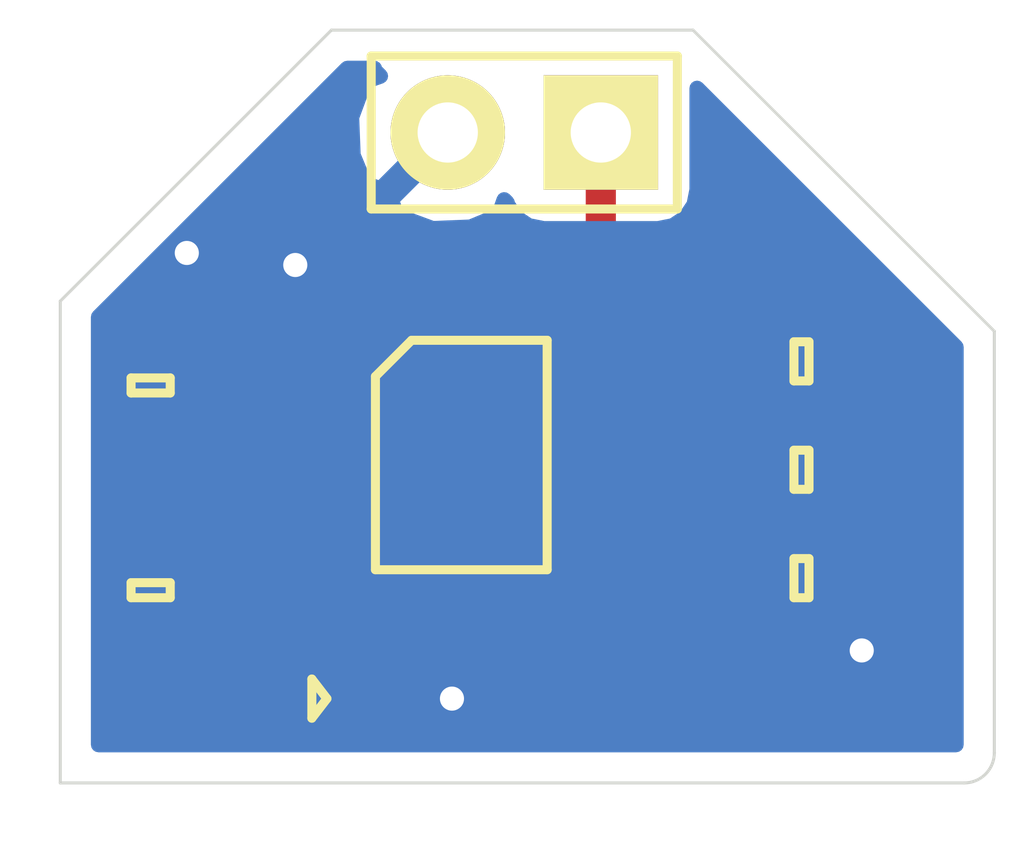
<source format=kicad_pcb>
(kicad_pcb (version 20171130) (host pcbnew 6.0.0-rc1-unknown-2fdf13a~66~ubuntu16.04.1)

  (general
    (thickness 1.6)
    (drawings 7)
    (tracks 52)
    (zones 0)
    (modules 8)
    (nets 8)
  )

  (page A4)
  (layers
    (0 F.Cu signal)
    (31 B.Cu signal)
    (32 B.Adhes user)
    (33 F.Adhes user)
    (34 B.Paste user)
    (35 F.Paste user)
    (36 B.SilkS user)
    (37 F.SilkS user)
    (38 B.Mask user)
    (39 F.Mask user)
    (40 Dwgs.User user)
    (41 Cmts.User user)
    (42 Eco1.User user)
    (43 Eco2.User user)
    (44 Edge.Cuts user)
    (45 Margin user)
    (46 B.CrtYd user)
    (47 F.CrtYd user)
    (48 B.Fab user)
    (49 F.Fab user hide)
  )

  (setup
    (last_trace_width 0.5)
    (user_trace_width 0.2)
    (user_trace_width 0.3)
    (user_trace_width 0.5)
    (trace_clearance 0.2)
    (zone_clearance 0.508)
    (zone_45_only no)
    (trace_min 0.2)
    (via_size 0.8)
    (via_drill 0.4)
    (via_min_size 0.4)
    (via_min_drill 0.3)
    (uvia_size 0.3)
    (uvia_drill 0.1)
    (uvias_allowed no)
    (uvia_min_size 0.2)
    (uvia_min_drill 0.1)
    (edge_width 0.05)
    (segment_width 0.2)
    (pcb_text_width 0.3)
    (pcb_text_size 1.5 1.5)
    (mod_edge_width 0.12)
    (mod_text_size 1 1)
    (mod_text_width 0.15)
    (pad_size 1.524 1.524)
    (pad_drill 0.762)
    (pad_to_mask_clearance 0.051)
    (solder_mask_min_width 0.25)
    (aux_axis_origin 0 0)
    (visible_elements FFFFFF7F)
    (pcbplotparams
      (layerselection 0x010f0_ffffffff)
      (usegerberextensions true)
      (usegerberattributes false)
      (usegerberadvancedattributes false)
      (creategerberjobfile false)
      (excludeedgelayer true)
      (linewidth 0.100000)
      (plotframeref false)
      (viasonmask true)
      (mode 1)
      (useauxorigin false)
      (hpglpennumber 1)
      (hpglpenspeed 20)
      (hpglpendiameter 15.000000)
      (psnegative false)
      (psa4output false)
      (plotreference false)
      (plotvalue false)
      (plotinvisibletext false)
      (padsonsilk false)
      (subtractmaskfromsilk false)
      (outputformat 1)
      (mirror false)
      (drillshape 0)
      (scaleselection 1)
      (outputdirectory ""))
  )

  (net 0 "")
  (net 1 5v)
  (net 2 GND)
  (net 3 "Net-(C1-Pad2)")
  (net 4 "Net-(C2-Pad2)")
  (net 5 "Net-(D1-Pad2)")
  (net 6 "Net-(IC1-Pad7)")
  (net 7 "Net-(IC1-Pad3)")

  (net_class Default "This is the default net class."
    (clearance 0.2)
    (trace_width 0.2)
    (via_dia 0.8)
    (via_drill 0.4)
    (uvia_dia 0.3)
    (uvia_drill 0.1)
    (add_net "Net-(C1-Pad2)")
    (add_net "Net-(C2-Pad2)")
    (add_net "Net-(D1-Pad2)")
    (add_net "Net-(IC1-Pad3)")
    (add_net "Net-(IC1-Pad7)")
  )

  (net_class Power ""
    (clearance 0.2)
    (trace_width 0.5)
    (via_dia 0.8)
    (via_drill 0.4)
    (uvia_dia 0.3)
    (uvia_drill 0.1)
    (add_net 5v)
    (add_net GND)
  )

  (module agg:SIL-254P-02 (layer F.Cu) (tedit 57656D66) (tstamp 5BF19A80)
    (at 225.2 3.2 180)
    (path /5BF1F118)
    (fp_text reference BT1 (at 0 -2.22 180) (layer F.Fab)
      (effects (font (size 1 1) (thickness 0.15)))
    )
    (fp_text value Battery (at 0 2.22 180) (layer F.Fab)
      (effects (font (size 1 1) (thickness 0.15)))
    )
    (fp_line (start -2.8 1.55) (end -2.8 -1.55) (layer F.CrtYd) (width 0.01))
    (fp_line (start 2.8 1.55) (end -2.8 1.55) (layer F.CrtYd) (width 0.01))
    (fp_line (start 2.8 -1.55) (end 2.8 1.55) (layer F.CrtYd) (width 0.01))
    (fp_line (start -2.8 -1.55) (end 2.8 -1.55) (layer F.CrtYd) (width 0.01))
    (fp_line (start -2.54 1.27) (end -2.54 -1.27) (layer F.SilkS) (width 0.15))
    (fp_line (start 2.54 1.27) (end -2.54 1.27) (layer F.SilkS) (width 0.15))
    (fp_line (start 2.54 -1.27) (end 2.54 1.27) (layer F.SilkS) (width 0.15))
    (fp_line (start -2.54 -1.27) (end 2.54 -1.27) (layer F.SilkS) (width 0.15))
    (fp_line (start -2.54 1.27) (end -2.54 -1.27) (layer F.Fab) (width 0.01))
    (fp_line (start 2.54 1.27) (end -2.54 1.27) (layer F.Fab) (width 0.01))
    (fp_line (start 2.54 -1.27) (end 2.54 1.27) (layer F.Fab) (width 0.01))
    (fp_line (start -2.54 -1.27) (end 2.54 -1.27) (layer F.Fab) (width 0.01))
    (pad 2 thru_hole circle (at 1.27 0 180) (size 1.9 1.9) (drill 1) (layers *.Cu *.Mask F.SilkS)
      (net 2 GND))
    (pad 1 thru_hole rect (at -1.27 0 180) (size 1.9 1.9) (drill 1) (layers *.Cu *.Mask F.SilkS)
      (net 1 5v))
    (model ${KISYS3DMOD}/Pin_Headers.3dshapes/Pin_Header_Straight_1x02.wrl
      (at (xyz 0 0 0))
      (scale (xyz 1 1 1))
      (rotate (xyz 0 0 0))
    )
  )

  (module agg:0603 (layer F.Cu) (tedit 57654490) (tstamp 5BF19A94)
    (at 219 7.4 270)
    (path /5BF27100)
    (fp_text reference C1 (at -2.225 0) (layer F.Fab)
      (effects (font (size 1 1) (thickness 0.15)))
    )
    (fp_text value C (at 2.225 0) (layer F.Fab)
      (effects (font (size 1 1) (thickness 0.15)))
    )
    (fp_line (start -1.55 0.75) (end -1.55 -0.75) (layer F.CrtYd) (width 0.01))
    (fp_line (start 1.55 0.75) (end -1.55 0.75) (layer F.CrtYd) (width 0.01))
    (fp_line (start 1.55 -0.75) (end 1.55 0.75) (layer F.CrtYd) (width 0.01))
    (fp_line (start -1.55 -0.75) (end 1.55 -0.75) (layer F.CrtYd) (width 0.01))
    (fp_line (start -0.125 0.325) (end -0.125 -0.325) (layer F.SilkS) (width 0.15))
    (fp_line (start 0.125 0.325) (end -0.125 0.325) (layer F.SilkS) (width 0.15))
    (fp_line (start 0.125 -0.325) (end 0.125 0.325) (layer F.SilkS) (width 0.15))
    (fp_line (start -0.125 -0.325) (end 0.125 -0.325) (layer F.SilkS) (width 0.15))
    (fp_line (start 0.45 -0.4) (end 0.45 0.4) (layer F.Fab) (width 0.01))
    (fp_line (start -0.45 -0.4) (end -0.45 0.4) (layer F.Fab) (width 0.01))
    (fp_line (start -0.8 0.4) (end -0.8 -0.4) (layer F.Fab) (width 0.01))
    (fp_line (start 0.8 0.4) (end -0.8 0.4) (layer F.Fab) (width 0.01))
    (fp_line (start 0.8 -0.4) (end 0.8 0.4) (layer F.Fab) (width 0.01))
    (fp_line (start -0.8 -0.4) (end 0.8 -0.4) (layer F.Fab) (width 0.01))
    (pad 2 smd rect (at 0.8 0 270) (size 0.95 1) (layers F.Cu F.Paste F.Mask)
      (net 3 "Net-(C1-Pad2)"))
    (pad 1 smd rect (at -0.8 0 270) (size 0.95 1) (layers F.Cu F.Paste F.Mask)
      (net 2 GND))
    (model ${KISYS3DMOD}/Resistors_SMD.3dshapes/R_0603.wrl
      (at (xyz 0 0 0))
      (scale (xyz 1 1 1))
      (rotate (xyz 0 0 0))
    )
  )

  (module agg:0603 (layer F.Cu) (tedit 57654490) (tstamp 5BF19AA8)
    (at 229.8 10.6 180)
    (path /5BF27DB9)
    (fp_text reference C2 (at -2.225 0 270) (layer F.Fab)
      (effects (font (size 1 1) (thickness 0.15)))
    )
    (fp_text value C (at 2.225 0 270) (layer F.Fab)
      (effects (font (size 1 1) (thickness 0.15)))
    )
    (fp_line (start -0.8 -0.4) (end 0.8 -0.4) (layer F.Fab) (width 0.01))
    (fp_line (start 0.8 -0.4) (end 0.8 0.4) (layer F.Fab) (width 0.01))
    (fp_line (start 0.8 0.4) (end -0.8 0.4) (layer F.Fab) (width 0.01))
    (fp_line (start -0.8 0.4) (end -0.8 -0.4) (layer F.Fab) (width 0.01))
    (fp_line (start -0.45 -0.4) (end -0.45 0.4) (layer F.Fab) (width 0.01))
    (fp_line (start 0.45 -0.4) (end 0.45 0.4) (layer F.Fab) (width 0.01))
    (fp_line (start -0.125 -0.325) (end 0.125 -0.325) (layer F.SilkS) (width 0.15))
    (fp_line (start 0.125 -0.325) (end 0.125 0.325) (layer F.SilkS) (width 0.15))
    (fp_line (start 0.125 0.325) (end -0.125 0.325) (layer F.SilkS) (width 0.15))
    (fp_line (start -0.125 0.325) (end -0.125 -0.325) (layer F.SilkS) (width 0.15))
    (fp_line (start -1.55 -0.75) (end 1.55 -0.75) (layer F.CrtYd) (width 0.01))
    (fp_line (start 1.55 -0.75) (end 1.55 0.75) (layer F.CrtYd) (width 0.01))
    (fp_line (start 1.55 0.75) (end -1.55 0.75) (layer F.CrtYd) (width 0.01))
    (fp_line (start -1.55 0.75) (end -1.55 -0.75) (layer F.CrtYd) (width 0.01))
    (pad 1 smd rect (at -0.8 0 180) (size 0.95 1) (layers F.Cu F.Paste F.Mask)
      (net 2 GND))
    (pad 2 smd rect (at 0.8 0 180) (size 0.95 1) (layers F.Cu F.Paste F.Mask)
      (net 4 "Net-(C2-Pad2)"))
    (model ${KISYS3DMOD}/Resistors_SMD.3dshapes/R_0603.wrl
      (at (xyz 0 0 0))
      (scale (xyz 1 1 1))
      (rotate (xyz 0 0 0))
    )
  )

  (module agg:0603-LED (layer F.Cu) (tedit 5765467B) (tstamp 5BF19FBB)
    (at 221.8 12.6 180)
    (path /5BF219BC)
    (fp_text reference D1 (at -2.225 0 270) (layer F.Fab)
      (effects (font (size 1 1) (thickness 0.15)))
    )
    (fp_text value LED (at 2.225 0 270) (layer F.Fab)
      (effects (font (size 1 1) (thickness 0.15)))
    )
    (fp_line (start -0.8 -0.4) (end 0.8 -0.4) (layer F.Fab) (width 0.01))
    (fp_line (start 0.8 -0.4) (end 0.8 0.4) (layer F.Fab) (width 0.01))
    (fp_line (start 0.8 0.4) (end -0.8 0.4) (layer F.Fab) (width 0.01))
    (fp_line (start -0.8 0.4) (end -0.8 -0.4) (layer F.Fab) (width 0.01))
    (fp_line (start -0.4 -0.4) (end -0.4 0.4) (layer F.Fab) (width 0.01))
    (fp_line (start -0.55 -0.4) (end -0.55 0.4) (layer F.Fab) (width 0.01))
    (fp_line (start 0.55 -0.4) (end 0.55 0.4) (layer F.Fab) (width 0.01))
    (fp_line (start -0.125 0) (end 0.125 -0.325) (layer F.SilkS) (width 0.15))
    (fp_line (start -0.125 0) (end 0.125 0.325) (layer F.SilkS) (width 0.15))
    (fp_line (start 0.125 -0.325) (end 0.125 0.325) (layer F.SilkS) (width 0.15))
    (fp_line (start -1.55 -0.75) (end 1.55 -0.75) (layer F.CrtYd) (width 0.01))
    (fp_line (start 1.55 -0.75) (end 1.55 0.75) (layer F.CrtYd) (width 0.01))
    (fp_line (start 1.55 0.75) (end -1.55 0.75) (layer F.CrtYd) (width 0.01))
    (fp_line (start -1.55 0.75) (end -1.55 -0.75) (layer F.CrtYd) (width 0.01))
    (pad 1 smd rect (at -0.8 0 180) (size 0.95 1) (layers F.Cu F.Paste F.Mask)
      (net 2 GND))
    (pad 2 smd rect (at 0.8 0 180) (size 0.95 1) (layers F.Cu F.Paste F.Mask)
      (net 5 "Net-(D1-Pad2)"))
    (model ${KISYS3DMOD}/LEDs.3dshapes/LED_0603.wrl
      (at (xyz 0 0 0))
      (scale (xyz 1 1 1))
      (rotate (xyz 0 0 180))
    )
  )

  (module agg:SOIC-8 (layer F.Cu) (tedit 57656747) (tstamp 5BF19AEE)
    (at 224.155001 8.555001)
    (path /5BF1DACA)
    (fp_text reference IC1 (at 0 -3.45) (layer F.Fab)
      (effects (font (size 1 1) (thickness 0.15)))
    )
    (fp_text value 555 (at 0 3.45) (layer F.Fab)
      (effects (font (size 1 1) (thickness 0.15)))
    )
    (fp_line (start -2 -2.5) (end 2 -2.5) (layer F.Fab) (width 0.01))
    (fp_line (start 2 -2.5) (end 2 2.5) (layer F.Fab) (width 0.01))
    (fp_line (start 2 2.5) (end -2 2.5) (layer F.Fab) (width 0.01))
    (fp_line (start -2 2.5) (end -2 -2.5) (layer F.Fab) (width 0.01))
    (fp_circle (center -1.2 -1.7) (end -1.2 -1.3) (layer F.Fab) (width 0.01))
    (fp_line (start -3.1 -2.155) (end -2 -2.155) (layer F.Fab) (width 0.01))
    (fp_line (start -2 -1.655) (end -3.1 -1.655) (layer F.Fab) (width 0.01))
    (fp_line (start -3.1 -1.655) (end -3.1 -2.155) (layer F.Fab) (width 0.01))
    (fp_line (start -3.1 -0.885) (end -2 -0.885) (layer F.Fab) (width 0.01))
    (fp_line (start -2 -0.385) (end -3.1 -0.385) (layer F.Fab) (width 0.01))
    (fp_line (start -3.1 -0.385) (end -3.1 -0.885) (layer F.Fab) (width 0.01))
    (fp_line (start -3.1 0.385) (end -2 0.385) (layer F.Fab) (width 0.01))
    (fp_line (start -2 0.885) (end -3.1 0.885) (layer F.Fab) (width 0.01))
    (fp_line (start -3.1 0.885) (end -3.1 0.385) (layer F.Fab) (width 0.01))
    (fp_line (start -3.1 1.655) (end -2 1.655) (layer F.Fab) (width 0.01))
    (fp_line (start -2 2.155) (end -3.1 2.155) (layer F.Fab) (width 0.01))
    (fp_line (start -3.1 2.155) (end -3.1 1.655) (layer F.Fab) (width 0.01))
    (fp_line (start 2 1.655) (end 3.1 1.655) (layer F.Fab) (width 0.01))
    (fp_line (start 3.1 1.655) (end 3.1 2.155) (layer F.Fab) (width 0.01))
    (fp_line (start 3.1 2.155) (end 2 2.155) (layer F.Fab) (width 0.01))
    (fp_line (start 2 0.385) (end 3.1 0.385) (layer F.Fab) (width 0.01))
    (fp_line (start 3.1 0.385) (end 3.1 0.885) (layer F.Fab) (width 0.01))
    (fp_line (start 3.1 0.885) (end 2 0.885) (layer F.Fab) (width 0.01))
    (fp_line (start 2 -0.885) (end 3.1 -0.885) (layer F.Fab) (width 0.01))
    (fp_line (start 3.1 -0.885) (end 3.1 -0.385) (layer F.Fab) (width 0.01))
    (fp_line (start 3.1 -0.385) (end 2 -0.385) (layer F.Fab) (width 0.01))
    (fp_line (start 2 -2.155) (end 3.1 -2.155) (layer F.Fab) (width 0.01))
    (fp_line (start 3.1 -2.155) (end 3.1 -1.655) (layer F.Fab) (width 0.01))
    (fp_line (start 3.1 -1.655) (end 2 -1.655) (layer F.Fab) (width 0.01))
    (fp_line (start -0.825 -1.905) (end 1.425 -1.905) (layer F.SilkS) (width 0.15))
    (fp_line (start 1.425 -1.905) (end 1.425 1.905) (layer F.SilkS) (width 0.15))
    (fp_line (start 1.425 1.905) (end -1.425 1.905) (layer F.SilkS) (width 0.15))
    (fp_line (start -1.425 1.905) (end -1.425 -1.305) (layer F.SilkS) (width 0.15))
    (fp_line (start -1.425 -1.305) (end -0.825 -1.905) (layer F.SilkS) (width 0.15))
    (fp_line (start -3.75 -2.75) (end 3.75 -2.75) (layer F.CrtYd) (width 0.01))
    (fp_line (start 3.75 -2.75) (end 3.75 2.75) (layer F.CrtYd) (width 0.01))
    (fp_line (start 3.75 2.75) (end -3.75 2.75) (layer F.CrtYd) (width 0.01))
    (fp_line (start -3.75 2.75) (end -3.75 -2.75) (layer F.CrtYd) (width 0.01))
    (pad 1 smd rect (at -2.7 -1.905) (size 1.55 0.6) (layers F.Cu F.Paste F.Mask)
      (net 2 GND))
    (pad 2 smd rect (at -2.7 -0.635) (size 1.55 0.6) (layers F.Cu F.Paste F.Mask)
      (net 3 "Net-(C1-Pad2)"))
    (pad 3 smd rect (at -2.7 0.635) (size 1.55 0.6) (layers F.Cu F.Paste F.Mask)
      (net 7 "Net-(IC1-Pad3)"))
    (pad 4 smd rect (at -2.7 1.905) (size 1.55 0.6) (layers F.Cu F.Paste F.Mask)
      (net 1 5v))
    (pad 5 smd rect (at 2.7 1.905) (size 1.55 0.6) (layers F.Cu F.Paste F.Mask)
      (net 4 "Net-(C2-Pad2)"))
    (pad 6 smd rect (at 2.7 0.635) (size 1.55 0.6) (layers F.Cu F.Paste F.Mask)
      (net 3 "Net-(C1-Pad2)"))
    (pad 7 smd rect (at 2.7 -0.635) (size 1.55 0.6) (layers F.Cu F.Paste F.Mask)
      (net 6 "Net-(IC1-Pad7)"))
    (pad 8 smd rect (at 2.7 -1.905) (size 1.55 0.6) (layers F.Cu F.Paste F.Mask)
      (net 1 5v))
    (model ${KISYS3DMOD}/Housings_SOIC.3dshapes/SOIC-8_3.9x4.9mm_Pitch1.27mm.wrl
      (at (xyz 0 0 0))
      (scale (xyz 1 1 1))
      (rotate (xyz 0 0 0))
    )
  )

  (module agg:0603 (layer F.Cu) (tedit 57654490) (tstamp 5BF19B02)
    (at 229.8 7)
    (path /5BF24187)
    (fp_text reference R1 (at -2.225 0 90) (layer F.Fab)
      (effects (font (size 1 1) (thickness 0.15)))
    )
    (fp_text value 1k (at 2.225 0 90) (layer F.Fab)
      (effects (font (size 1 1) (thickness 0.15)))
    )
    (fp_line (start -1.55 0.75) (end -1.55 -0.75) (layer F.CrtYd) (width 0.01))
    (fp_line (start 1.55 0.75) (end -1.55 0.75) (layer F.CrtYd) (width 0.01))
    (fp_line (start 1.55 -0.75) (end 1.55 0.75) (layer F.CrtYd) (width 0.01))
    (fp_line (start -1.55 -0.75) (end 1.55 -0.75) (layer F.CrtYd) (width 0.01))
    (fp_line (start -0.125 0.325) (end -0.125 -0.325) (layer F.SilkS) (width 0.15))
    (fp_line (start 0.125 0.325) (end -0.125 0.325) (layer F.SilkS) (width 0.15))
    (fp_line (start 0.125 -0.325) (end 0.125 0.325) (layer F.SilkS) (width 0.15))
    (fp_line (start -0.125 -0.325) (end 0.125 -0.325) (layer F.SilkS) (width 0.15))
    (fp_line (start 0.45 -0.4) (end 0.45 0.4) (layer F.Fab) (width 0.01))
    (fp_line (start -0.45 -0.4) (end -0.45 0.4) (layer F.Fab) (width 0.01))
    (fp_line (start -0.8 0.4) (end -0.8 -0.4) (layer F.Fab) (width 0.01))
    (fp_line (start 0.8 0.4) (end -0.8 0.4) (layer F.Fab) (width 0.01))
    (fp_line (start 0.8 -0.4) (end 0.8 0.4) (layer F.Fab) (width 0.01))
    (fp_line (start -0.8 -0.4) (end 0.8 -0.4) (layer F.Fab) (width 0.01))
    (pad 2 smd rect (at 0.8 0) (size 0.95 1) (layers F.Cu F.Paste F.Mask)
      (net 6 "Net-(IC1-Pad7)"))
    (pad 1 smd rect (at -0.8 0) (size 0.95 1) (layers F.Cu F.Paste F.Mask)
      (net 1 5v))
    (model ${KISYS3DMOD}/Resistors_SMD.3dshapes/R_0603.wrl
      (at (xyz 0 0 0))
      (scale (xyz 1 1 1))
      (rotate (xyz 0 0 0))
    )
  )

  (module agg:0603 (layer F.Cu) (tedit 57654490) (tstamp 5BF19B16)
    (at 229.8 8.8)
    (path /5BF2474C)
    (fp_text reference R2 (at -2.225 0 90) (layer F.Fab)
      (effects (font (size 1 1) (thickness 0.15)))
    )
    (fp_text value 1k (at 2.225 0 90) (layer F.Fab)
      (effects (font (size 1 1) (thickness 0.15)))
    )
    (fp_line (start -0.8 -0.4) (end 0.8 -0.4) (layer F.Fab) (width 0.01))
    (fp_line (start 0.8 -0.4) (end 0.8 0.4) (layer F.Fab) (width 0.01))
    (fp_line (start 0.8 0.4) (end -0.8 0.4) (layer F.Fab) (width 0.01))
    (fp_line (start -0.8 0.4) (end -0.8 -0.4) (layer F.Fab) (width 0.01))
    (fp_line (start -0.45 -0.4) (end -0.45 0.4) (layer F.Fab) (width 0.01))
    (fp_line (start 0.45 -0.4) (end 0.45 0.4) (layer F.Fab) (width 0.01))
    (fp_line (start -0.125 -0.325) (end 0.125 -0.325) (layer F.SilkS) (width 0.15))
    (fp_line (start 0.125 -0.325) (end 0.125 0.325) (layer F.SilkS) (width 0.15))
    (fp_line (start 0.125 0.325) (end -0.125 0.325) (layer F.SilkS) (width 0.15))
    (fp_line (start -0.125 0.325) (end -0.125 -0.325) (layer F.SilkS) (width 0.15))
    (fp_line (start -1.55 -0.75) (end 1.55 -0.75) (layer F.CrtYd) (width 0.01))
    (fp_line (start 1.55 -0.75) (end 1.55 0.75) (layer F.CrtYd) (width 0.01))
    (fp_line (start 1.55 0.75) (end -1.55 0.75) (layer F.CrtYd) (width 0.01))
    (fp_line (start -1.55 0.75) (end -1.55 -0.75) (layer F.CrtYd) (width 0.01))
    (pad 1 smd rect (at -0.8 0) (size 0.95 1) (layers F.Cu F.Paste F.Mask)
      (net 3 "Net-(C1-Pad2)"))
    (pad 2 smd rect (at 0.8 0) (size 0.95 1) (layers F.Cu F.Paste F.Mask)
      (net 6 "Net-(IC1-Pad7)"))
    (model ${KISYS3DMOD}/Resistors_SMD.3dshapes/R_0603.wrl
      (at (xyz 0 0 0))
      (scale (xyz 1 1 1))
      (rotate (xyz 0 0 0))
    )
  )

  (module agg:0603 (layer F.Cu) (tedit 57654490) (tstamp 5BF19B2A)
    (at 219 10.8 270)
    (path /5BF22212)
    (fp_text reference R3 (at -2.225 0) (layer F.Fab)
      (effects (font (size 1 1) (thickness 0.15)))
    )
    (fp_text value 1k (at 2.225 0) (layer F.Fab)
      (effects (font (size 1 1) (thickness 0.15)))
    )
    (fp_line (start -0.8 -0.4) (end 0.8 -0.4) (layer F.Fab) (width 0.01))
    (fp_line (start 0.8 -0.4) (end 0.8 0.4) (layer F.Fab) (width 0.01))
    (fp_line (start 0.8 0.4) (end -0.8 0.4) (layer F.Fab) (width 0.01))
    (fp_line (start -0.8 0.4) (end -0.8 -0.4) (layer F.Fab) (width 0.01))
    (fp_line (start -0.45 -0.4) (end -0.45 0.4) (layer F.Fab) (width 0.01))
    (fp_line (start 0.45 -0.4) (end 0.45 0.4) (layer F.Fab) (width 0.01))
    (fp_line (start -0.125 -0.325) (end 0.125 -0.325) (layer F.SilkS) (width 0.15))
    (fp_line (start 0.125 -0.325) (end 0.125 0.325) (layer F.SilkS) (width 0.15))
    (fp_line (start 0.125 0.325) (end -0.125 0.325) (layer F.SilkS) (width 0.15))
    (fp_line (start -0.125 0.325) (end -0.125 -0.325) (layer F.SilkS) (width 0.15))
    (fp_line (start -1.55 -0.75) (end 1.55 -0.75) (layer F.CrtYd) (width 0.01))
    (fp_line (start 1.55 -0.75) (end 1.55 0.75) (layer F.CrtYd) (width 0.01))
    (fp_line (start 1.55 0.75) (end -1.55 0.75) (layer F.CrtYd) (width 0.01))
    (fp_line (start -1.55 0.75) (end -1.55 -0.75) (layer F.CrtYd) (width 0.01))
    (pad 1 smd rect (at -0.8 0 270) (size 0.95 1) (layers F.Cu F.Paste F.Mask)
      (net 7 "Net-(IC1-Pad3)"))
    (pad 2 smd rect (at 0.8 0 270) (size 0.95 1) (layers F.Cu F.Paste F.Mask)
      (net 5 "Net-(D1-Pad2)"))
    (model ${KISYS3DMOD}/Resistors_SMD.3dshapes/R_0603.wrl
      (at (xyz 0 0 0))
      (scale (xyz 1 1 1))
      (rotate (xyz 0 0 0))
    )
  )

  (gr_arc (start 232.5 13.5) (end 232.5 14) (angle -90) (layer Edge.Cuts) (width 0.05))
  (gr_line (start 228 1.5) (end 233 6.5) (layer Edge.Cuts) (width 0.05))
  (gr_line (start 228 1.5) (end 222 1.5) (layer Edge.Cuts) (width 0.05))
  (gr_line (start 233 13.5) (end 233 6.5) (layer Edge.Cuts) (width 0.05))
  (gr_line (start 217.5 14) (end 232.5 14) (layer Edge.Cuts) (width 0.05))
  (gr_line (start 217.5 6) (end 217.5 14) (layer Edge.Cuts) (width 0.05))
  (gr_line (start 222 1.5) (end 217.5 6) (layer Edge.Cuts) (width 0.05))

  (segment (start 226.47 3.2) (end 226.47 5.27) (width 0.5) (layer F.Cu) (net 1))
  (segment (start 226.855001 5.655001) (end 226.855001 6.650001) (width 0.5) (layer F.Cu) (net 1))
  (segment (start 226.47 5.27) (end 226.855001 5.655001) (width 0.5) (layer F.Cu) (net 1))
  (segment (start 228.655001 5.655001) (end 226.855001 5.655001) (width 0.5) (layer F.Cu) (net 1))
  (segment (start 229 6) (end 228.655001 5.655001) (width 0.5) (layer F.Cu) (net 1))
  (segment (start 229 7) (end 229 6) (width 0.5) (layer F.Cu) (net 1))
  (segment (start 231.040003 5.655001) (end 228.655001 5.655001) (width 0.5) (layer F.Cu) (net 1))
  (segment (start 232.2 6.814998) (end 231.040003 5.655001) (width 0.5) (layer F.Cu) (net 1))
  (segment (start 232.2 11.658002) (end 232.2 6.814998) (width 0.5) (layer F.Cu) (net 1))
  (segment (start 223.460001 10.460001) (end 225.650001 12.650001) (width 0.5) (layer F.Cu) (net 1))
  (segment (start 225.650001 12.650001) (end 231.208001 12.650001) (width 0.5) (layer F.Cu) (net 1))
  (segment (start 221.455001 10.460001) (end 223.460001 10.460001) (width 0.5) (layer F.Cu) (net 1))
  (segment (start 231.208001 12.650001) (end 232.2 11.658002) (width 0.5) (layer F.Cu) (net 1))
  (segment (start 221.455001 5.455001) (end 221.4 5.4) (width 0.5) (layer F.Cu) (net 2))
  (via (at 221.4 5.4) (size 0.8) (drill 0.4) (layers F.Cu B.Cu) (net 2))
  (segment (start 221.455001 6.650001) (end 221.455001 5.455001) (width 0.5) (layer F.Cu) (net 2))
  (segment (start 219 6.6) (end 219 6.2) (width 0.5) (layer F.Cu) (net 2))
  (segment (start 219 6.2) (end 219 5.8) (width 0.5) (layer F.Cu) (net 2))
  (segment (start 219 5.8) (end 219.6 5.2) (width 0.5) (layer F.Cu) (net 2))
  (via (at 219.6 5.2) (size 0.8) (drill 0.4) (layers F.Cu B.Cu) (net 2))
  (via (at 224 12.6) (size 0.8) (drill 0.4) (layers F.Cu B.Cu) (net 2))
  (segment (start 222.6 12.6) (end 224 12.6) (width 0.5) (layer F.Cu) (net 2))
  (via (at 230.8 11.8) (size 0.8) (drill 0.4) (layers F.Cu B.Cu) (net 2))
  (segment (start 230.6 11.6) (end 230.8 11.8) (width 0.5) (layer F.Cu) (net 2))
  (segment (start 230.6 10.6) (end 230.6 11.6) (width 0.5) (layer F.Cu) (net 2))
  (segment (start 227.930001 9.190001) (end 228.320002 8.8) (width 0.3) (layer F.Cu) (net 3))
  (segment (start 226.855001 9.190001) (end 227.930001 9.190001) (width 0.3) (layer F.Cu) (net 3))
  (segment (start 228.320002 8.8) (end 229 8.8) (width 0.3) (layer F.Cu) (net 3))
  (segment (start 219 8.2) (end 219.8 8.2) (width 0.3) (layer F.Cu) (net 3))
  (segment (start 220.079999 7.920001) (end 221.455001 7.920001) (width 0.3) (layer F.Cu) (net 3))
  (segment (start 219.8 8.2) (end 220.079999 7.920001) (width 0.3) (layer F.Cu) (net 3))
  (segment (start 222.530001 7.920001) (end 223.81 9.2) (width 0.3) (layer F.Cu) (net 3))
  (segment (start 221.455001 7.920001) (end 222.530001 7.920001) (width 0.3) (layer F.Cu) (net 3))
  (segment (start 223.819999 9.190001) (end 226.855001 9.190001) (width 0.3) (layer F.Cu) (net 3))
  (segment (start 223.81 9.2) (end 223.819999 9.190001) (width 0.3) (layer F.Cu) (net 3))
  (segment (start 228.860001 10.460001) (end 229 10.6) (width 0.3) (layer F.Cu) (net 4))
  (segment (start 226.855001 10.460001) (end 228.860001 10.460001) (width 0.3) (layer F.Cu) (net 4))
  (segment (start 219 11.6) (end 220.8 11.6) (width 0.3) (layer F.Cu) (net 5))
  (segment (start 221 11.8) (end 221 12.6) (width 0.3) (layer F.Cu) (net 5))
  (segment (start 220.8 11.6) (end 221 11.8) (width 0.3) (layer F.Cu) (net 5))
  (segment (start 230.6 7.8) (end 230.6 7) (width 0.3) (layer F.Cu) (net 6))
  (segment (start 227.930001 7.920001) (end 228.000001 7.850001) (width 0.3) (layer F.Cu) (net 6))
  (segment (start 228.000001 7.850001) (end 230.549999 7.850001) (width 0.3) (layer F.Cu) (net 6))
  (segment (start 226.855001 7.920001) (end 227.930001 7.920001) (width 0.3) (layer F.Cu) (net 6))
  (segment (start 230.549999 7.850001) (end 230.6 7.8) (width 0.3) (layer F.Cu) (net 6))
  (segment (start 230.6 7.900002) (end 230.549999 7.850001) (width 0.3) (layer F.Cu) (net 6))
  (segment (start 230.6 8.8) (end 230.6 7.900002) (width 0.3) (layer F.Cu) (net 6))
  (segment (start 220.380001 9.190001) (end 221.455001 9.190001) (width 0.3) (layer F.Cu) (net 7))
  (segment (start 219 10) (end 219.8 10) (width 0.3) (layer F.Cu) (net 7))
  (segment (start 219.8 10) (end 220.2 9.6) (width 0.3) (layer F.Cu) (net 7))
  (segment (start 220.2 9.6) (end 220.2 9.370002) (width 0.3) (layer F.Cu) (net 7))
  (segment (start 220.2 9.370002) (end 220.380001 9.190001) (width 0.3) (layer F.Cu) (net 7))

  (zone (net 2) (net_name GND) (layer B.Cu) (tstamp 5BF1A232) (hatch edge 0.508)
    (connect_pads (clearance 0.508))
    (min_thickness 0.254)
    (fill yes (arc_segments 16) (thermal_gap 0.508) (thermal_bridge_width 0.508))
    (polygon
      (pts
        (xy 233.5 15) (xy 216.5 15) (xy 216.5 1) (xy 233.5 1)
      )
    )
    (filled_polygon
      (pts
        (xy 222.699234 2.148842) (xy 222.813648 2.263256) (xy 222.551981 2.355792) (xy 222.333812 2.947398) (xy 222.358648 3.577461)
        (xy 222.551981 4.044208) (xy 222.81365 4.136745) (xy 223.750395 3.2) (xy 223.736253 3.185858) (xy 223.915858 3.006253)
        (xy 223.93 3.020395) (xy 223.944143 3.006253) (xy 224.123748 3.185858) (xy 224.109605 3.2) (xy 224.123748 3.214143)
        (xy 223.944143 3.393748) (xy 223.93 3.379605) (xy 222.993255 4.31635) (xy 223.085792 4.578019) (xy 223.677398 4.796188)
        (xy 224.307461 4.771352) (xy 224.774208 4.578019) (xy 224.866744 4.316352) (xy 224.915309 4.364917) (xy 224.921843 4.397765)
        (xy 225.062191 4.607809) (xy 225.272235 4.748157) (xy 225.52 4.79744) (xy 227.42 4.79744) (xy 227.667765 4.748157)
        (xy 227.877809 4.607809) (xy 228.018157 4.397765) (xy 228.06744 4.15) (xy 228.06744 2.465464) (xy 232.365001 6.763027)
        (xy 232.365 13.365) (xy 218.135 13.365) (xy 218.135 6.263024) (xy 222.263025 2.135) (xy 222.713076 2.135)
      )
    )
  )
)

</source>
